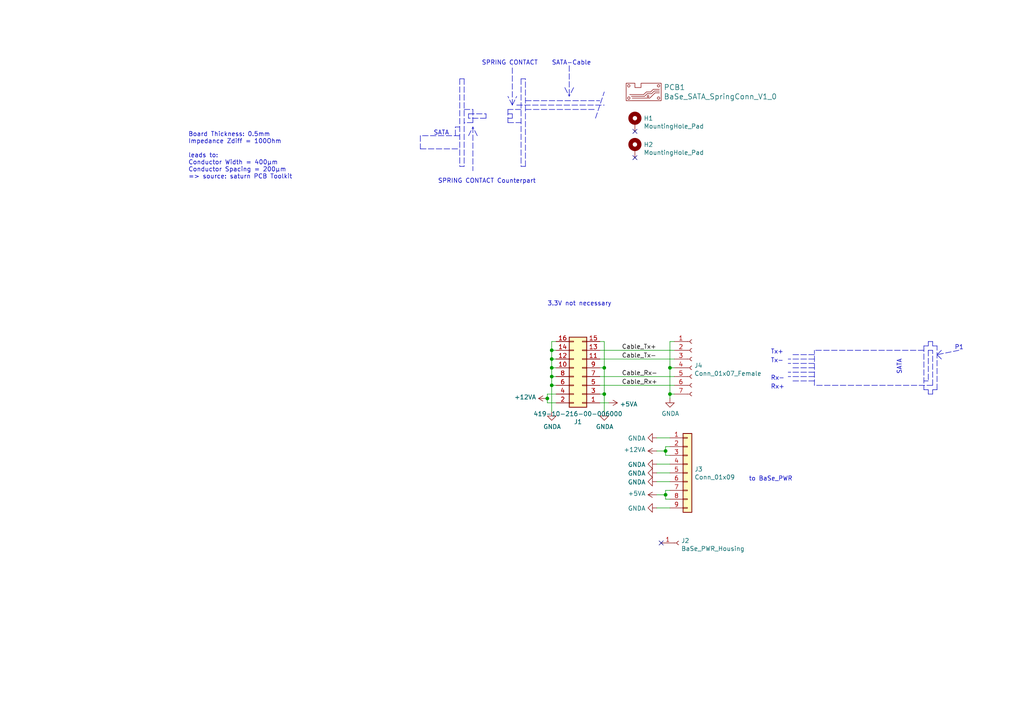
<source format=kicad_sch>
(kicad_sch (version 20211123) (generator eeschema)
  (paper "A4")
  (title_block (title "BaSe_SATA_Adapter_Carriage_V1_0") (rev "rev0") (company "Gras7 Labs") (comment 1 "Adapts SATA-Cable and Power Supply (+12V and +5V) to Spring Contacts"))
  (lib_symbols
    (symbol "Connector:Conn_01x01_Female" (pin_names (offset 1.016) hide)
      (property "Reference" "J" (at 0 2.54 0))
      (property "Value" "Conn_01x01_Female" (at 0 -2.54 0))
      (symbol "Conn_01x01_Female_1_1"
        (polyline (pts (xy -1.27 0) (xy -0.508 0)) (stroke (width 0.1524)))
        (arc (start 0 0.508) (mid -0.508 0) (end 0 -0.508) (stroke (width 0.1524)))
        (pin passive line (at -5.08 0 0) (length 3.81) (name "Pin_1") (number "1"))
      )
    )
    (symbol "Connector:Conn_01x07_Female" (pin_names (offset 1.016) hide)
      (property "Reference" "J" (at 0 10.16 0))
      (property "Value" "Conn_01x07_Female" (at 0 -10.16 0))
      (symbol "Conn_01x07_Female_1_1"
        (arc (start 0 -7.112) (mid -0.508 -7.62) (end 0 -8.128) (stroke (width 0.1524)))
        (arc (start 0 -4.572) (mid -0.508 -5.08) (end 0 -5.588) (stroke (width 0.1524)))
        (arc (start 0 -2.032) (mid -0.508 -2.54) (end 0 -3.048) (stroke (width 0.1524)))
        (polyline (pts (xy -1.27 -7.62) (xy -0.508 -7.62)) (stroke (width 0.1524)))
        (polyline (pts (xy -1.27 -5.08) (xy -0.508 -5.08)) (stroke (width 0.1524)))
        (polyline (pts (xy -1.27 -2.54) (xy -0.508 -2.54)) (stroke (width 0.1524)))
        (polyline (pts (xy -1.27 0) (xy -0.508 0)) (stroke (width 0.1524)))
        (polyline (pts (xy -1.27 2.54) (xy -0.508 2.54)) (stroke (width 0.1524)))
        (polyline (pts (xy -1.27 5.08) (xy -0.508 5.08)) (stroke (width 0.1524)))
        (polyline (pts (xy -1.27 7.62) (xy -0.508 7.62)) (stroke (width 0.1524)))
        (arc (start 0 0.508) (mid -0.508 0) (end 0 -0.508) (stroke (width 0.1524)))
        (arc (start 0 3.048) (mid -0.508 2.54) (end 0 2.032) (stroke (width 0.1524)))
        (arc (start 0 5.588) (mid -0.508 5.08) (end 0 4.572) (stroke (width 0.1524)))
        (arc (start 0 8.128) (mid -0.508 7.62) (end 0 7.112) (stroke (width 0.1524)))
        (pin passive line (at -5.08 7.62 0) (length 3.81) (name "Pin_1") (number "1"))
        (pin passive line (at -5.08 5.08 0) (length 3.81) (name "Pin_2") (number "2"))
        (pin passive line (at -5.08 2.54 0) (length 3.81) (name "Pin_3") (number "3"))
        (pin passive line (at -5.08 0 0) (length 3.81) (name "Pin_4") (number "4"))
        (pin passive line (at -5.08 -2.54 0) (length 3.81) (name "Pin_5") (number "5"))
        (pin passive line (at -5.08 -5.08 0) (length 3.81) (name "Pin_6") (number "6"))
        (pin passive line (at -5.08 -7.62 0) (length 3.81) (name "Pin_7") (number "7"))
      )
    )
    (symbol "Connector_Generic:Conn_01x09" (pin_names (offset 1.016) hide)
      (property "Reference" "J" (at 0 12.7 0))
      (property "Value" "Conn_01x09" (at 0 -12.7 0))
      (symbol "Conn_01x09_1_1"
        (rectangle (start -1.27 -10.033) (end 0 -10.287) (stroke (width 0.1524)))
        (rectangle (start -1.27 -7.493) (end 0 -7.747) (stroke (width 0.1524)))
        (rectangle (start -1.27 -4.953) (end 0 -5.207) (stroke (width 0.1524)))
        (rectangle (start -1.27 -2.413) (end 0 -2.667) (stroke (width 0.1524)))
        (rectangle (start -1.27 0.127) (end 0 -0.127) (stroke (width 0.1524)))
        (rectangle (start -1.27 2.667) (end 0 2.413) (stroke (width 0.1524)))
        (rectangle (start -1.27 5.207) (end 0 4.953) (stroke (width 0.1524)))
        (rectangle (start -1.27 7.747) (end 0 7.493) (stroke (width 0.1524)))
        (rectangle (start -1.27 10.287) (end 0 10.033) (stroke (width 0.1524)))
        (rectangle (start -1.27 11.43) (end 1.27 -11.43) (stroke (width 0.254)) (fill (type background)))
        (pin passive line (at -5.08 10.16 0) (length 3.81) (name "Pin_1") (number "1"))
        (pin passive line (at -5.08 7.62 0) (length 3.81) (name "Pin_2") (number "2"))
        (pin passive line (at -5.08 5.08 0) (length 3.81) (name "Pin_3") (number "3"))
        (pin passive line (at -5.08 2.54 0) (length 3.81) (name "Pin_4") (number "4"))
        (pin passive line (at -5.08 0 0) (length 3.81) (name "Pin_5") (number "5"))
        (pin passive line (at -5.08 -2.54 0) (length 3.81) (name "Pin_6") (number "6"))
        (pin passive line (at -5.08 -5.08 0) (length 3.81) (name "Pin_7") (number "7"))
        (pin passive line (at -5.08 -7.62 0) (length 3.81) (name "Pin_8") (number "8"))
        (pin passive line (at -5.08 -10.16 0) (length 3.81) (name "Pin_9") (number "9"))
      )
    )
    (symbol "Connector_Generic:Conn_02x08_Odd_Even" (pin_names (offset 1.016) hide)
      (property "Reference" "J" (at 1.27 10.16 0))
      (property "Value" "Conn_02x08_Odd_Even" (at 1.27 -12.7 0))
      (symbol "Conn_02x08_Odd_Even_1_1"
        (rectangle (start -1.27 -10.033) (end 0 -10.287) (stroke (width 0.1524)))
        (rectangle (start -1.27 -7.493) (end 0 -7.747) (stroke (width 0.1524)))
        (rectangle (start -1.27 -4.953) (end 0 -5.207) (stroke (width 0.1524)))
        (rectangle (start -1.27 -2.413) (end 0 -2.667) (stroke (width 0.1524)))
        (rectangle (start -1.27 0.127) (end 0 -0.127) (stroke (width 0.1524)))
        (rectangle (start -1.27 2.667) (end 0 2.413) (stroke (width 0.1524)))
        (rectangle (start -1.27 5.207) (end 0 4.953) (stroke (width 0.1524)))
        (rectangle (start -1.27 7.747) (end 0 7.493) (stroke (width 0.1524)))
        (rectangle (start -1.27 8.89) (end 3.81 -11.43) (stroke (width 0.254)) (fill (type background)))
        (rectangle (start 3.81 -10.033) (end 2.54 -10.287) (stroke (width 0.1524)))
        (rectangle (start 3.81 -7.493) (end 2.54 -7.747) (stroke (width 0.1524)))
        (rectangle (start 3.81 -4.953) (end 2.54 -5.207) (stroke (width 0.1524)))
        (rectangle (start 3.81 -2.413) (end 2.54 -2.667) (stroke (width 0.1524)))
        (rectangle (start 3.81 0.127) (end 2.54 -0.127) (stroke (width 0.1524)))
        (rectangle (start 3.81 2.667) (end 2.54 2.413) (stroke (width 0.1524)))
        (rectangle (start 3.81 5.207) (end 2.54 4.953) (stroke (width 0.1524)))
        (rectangle (start 3.81 7.747) (end 2.54 7.493) (stroke (width 0.1524)))
        (pin passive line (at -5.08 7.62 0) (length 3.81) (name "Pin_1") (number "1"))
        (pin passive line (at 7.62 -2.54 180) (length 3.81) (name "Pin_10") (number "10"))
        (pin passive line (at -5.08 -5.08 0) (length 3.81) (name "Pin_11") (number "11"))
        (pin passive line (at 7.62 -5.08 180) (length 3.81) (name "Pin_12") (number "12"))
        (pin passive line (at -5.08 -7.62 0) (length 3.81) (name "Pin_13") (number "13"))
        (pin passive line (at 7.62 -7.62 180) (length 3.81) (name "Pin_14") (number "14"))
        (pin passive line (at -5.08 -10.16 0) (length 3.81) (name "Pin_15") (number "15"))
        (pin passive line (at 7.62 -10.16 180) (length 3.81) (name "Pin_16") (number "16"))
        (pin passive line (at 7.62 7.62 180) (length 3.81) (name "Pin_2") (number "2"))
        (pin passive line (at -5.08 5.08 0) (length 3.81) (name "Pin_3") (number "3"))
        (pin passive line (at 7.62 5.08 180) (length 3.81) (name "Pin_4") (number "4"))
        (pin passive line (at -5.08 2.54 0) (length 3.81) (name "Pin_5") (number "5"))
        (pin passive line (at 7.62 2.54 180) (length 3.81) (name "Pin_6") (number "6"))
        (pin passive line (at -5.08 0 0) (length 3.81) (name "Pin_7") (number "7"))
        (pin passive line (at 7.62 0 180) (length 3.81) (name "Pin_8") (number "8"))
        (pin passive line (at -5.08 -2.54 0) (length 3.81) (name "Pin_9") (number "9"))
      )
    )
    (symbol "Mechanical:MountingHole_Pad" (pin_numbers hide) (pin_names (offset 1.016) hide)
      (property "Reference" "H" (at 0 6.35 0))
      (property "Value" "MountingHole_Pad" (at 0 4.445 0))
      (symbol "MountingHole_Pad_0_1"
        (circle (center 0 1.27) (radius 1.27) (stroke (width 1.27)))
      )
      (symbol "MountingHole_Pad_1_1"
        (pin input line (at 0 -2.54 90) (length 2.54) (name "1") (number "1"))
      )
    )
    (symbol "g7_labels:PCB" (pin_names (offset 1.016))
      (property "Reference" "PCB" (at 0 3.81 0))
      (property "Value" "PCB" (at 0 -3.81 0))
      (symbol "PCB_0_1"
        (circle (center -4.318 1.778) (radius 0.3556))
        (polyline (pts (xy 4.572 -0.254) (xy 3.302 -0.254) (xy 1.778 -1.778) (xy -3.302 -1.778)))
        (polyline (pts (xy -3.556 -1.27) (xy 0.254 -1.27) (xy 1.016 -0.508) (xy 2.286 -0.508) (xy 3.048 0.254) (xy 4.572 0.254)))
        (polyline (pts (xy -4.064 -0.762) (xy -0.508 -0.762) (xy 0 -0.762) (xy 0.762 0) (xy 2.032 0) (xy 2.794 0.762) (xy 4.572 0.762)))
        (polyline (pts (xy -5.08 2.54) (xy -2.54 2.54) (xy -2.54 1.27) (xy -0.762 1.27) (xy -0.762 2.54) (xy 5.08 2.54) (xy 5.08 -2.54) (xy -5.08 -2.54) (xy -5.08 2.54)))
        (circle (center 1.27 -1.27) (radius 0.254))
        (circle (center 4.318 -1.778) (radius 0.3556))
      )
      (symbol "PCB_1_1"
        (circle (center -4.318 -1.778) (radius 0.3556))
        (circle (center 4.318 1.778) (radius 0.3556))
      )
    )
    (symbol "power:+12VA" (power) (pin_names (offset 0))
      (property "Value" "+12VA" (at 0 3.556 0))
      (symbol "+12VA_0_1"
        (polyline (pts (xy -0.762 1.27) (xy 0 2.54)))
        (polyline (pts (xy 0 0) (xy 0 2.54)))
        (polyline (pts (xy 0 2.54) (xy 0.762 1.27)))
      )
      (symbol "+12VA_1_1"
        (pin power_in line (at 0 0 90) (length 0) hide (name "+12VA") (number "1"))
      )
    )
    (symbol "power:+5VA" (power) (pin_names (offset 0))
      (property "Value" "+5VA" (at 0 3.556 0))
      (symbol "+5VA_0_1"
        (polyline (pts (xy -0.762 1.27) (xy 0 2.54)))
        (polyline (pts (xy 0 0) (xy 0 2.54)))
        (polyline (pts (xy 0 2.54) (xy 0.762 1.27)))
      )
      (symbol "+5VA_1_1"
        (pin power_in line (at 0 0 90) (length 0) hide (name "+5VA") (number "1"))
      )
    )
    (symbol "power:GNDA" (power) (pin_names (offset 0))
      (property "Value" "GNDA" (at 0 -3.81 0))
      (symbol "GNDA_0_1"
        (polyline (pts (xy 0 0) (xy 0 -1.27) (xy 1.27 -1.27) (xy 0 -2.54) (xy -1.27 -1.27) (xy 0 -1.27)))
      )
      (symbol "GNDA_1_1"
        (pin power_in line (at 0 0 270) (length 0) hide (name "GNDA") (number "1"))
      )
    )
  )
  (junction (at 160.02 111.76))
  (junction (at 175.26 114.3))
  (junction (at 160.02 104.14))
  (junction (at 160.02 109.22))
  (junction (at 158.75 115.57))
  (junction (at 160.02 106.68))
  (junction (at 193.04 143.51))
  (junction (at 193.04 130.81))
  (junction (at 160.02 101.6))
  (junction (at 194.31 106.68))
  (junction (at 194.31 114.3))
  (junction (at 175.26 106.68))
  (no_connect (at 184.15 45.72))
  (no_connect (at 184.15 38.1))
  (no_connect (at 191.77 157.48))
  (polyline (pts (xy 270.51 113.03) (xy 271.78 113.03)))
  (wire (pts (xy 193.04 130.81) (xy 193.04 132.08)))
  (polyline (pts (xy 151.13 22.86) (xy 151.13 48.26)))
  (polyline (pts (xy 270.51 111.76) (xy 270.51 101.6)))
  (wire (pts (xy 176.53 116.84) (xy 173.99 116.84)))
  (wire (pts (xy 160.02 106.68) (xy 160.02 109.22)))
  (polyline (pts (xy 270.51 111.76) (xy 236.22 111.76)))
  (wire (pts (xy 194.31 127) (xy 190.5 127)))
  (polyline (pts (xy 152.4 48.26) (xy 152.4 22.86)))
  (polyline (pts (xy 147.32 31.75) (xy 147.32 35.56)))
  (wire (pts (xy 161.29 101.6) (xy 160.02 101.6)))
  (wire (pts (xy 190.5 147.32) (xy 194.31 147.32)))
  (polyline (pts (xy 236.22 102.87) (xy 229.87 102.87)))
  (polyline (pts (xy 269.24 113.03) (xy 269.24 114.3)))
  (wire (pts (xy 194.31 114.3) (xy 195.58 114.3)))
  (wire (pts (xy 160.02 101.6) (xy 160.02 104.14)))
  (polyline (pts (xy 133.35 39.37) (xy 121.92 39.37)))
  (polyline (pts (xy 151.13 48.26) (xy 152.4 48.26)))
  (wire (pts (xy 161.29 104.14) (xy 160.02 104.14)))
  (wire (pts (xy 193.04 132.08) (xy 194.31 132.08)))
  (polyline (pts (xy 133.35 48.26) (xy 134.62 48.26)))
  (wire (pts (xy 175.26 106.68) (xy 175.26 114.3)))
  (wire (pts (xy 190.5 137.16) (xy 194.31 137.16)))
  (wire (pts (xy 173.99 101.6) (xy 195.58 101.6)))
  (wire (pts (xy 160.02 99.06) (xy 160.02 101.6)))
  (polyline (pts (xy 135.89 33.02) (xy 140.97 33.02)))
  (polyline (pts (xy 152.4 22.86) (xy 151.13 22.86)))
  (wire (pts (xy 193.04 142.24) (xy 194.31 142.24)))
  (polyline (pts (xy 132.08 36.83) (xy 133.35 36.83)))
  (wire (pts (xy 158.75 116.84) (xy 161.29 116.84)))
  (polyline (pts (xy 270.51 100.33) (xy 270.51 99.06)))
  (polyline (pts (xy 270.51 114.3) (xy 270.51 113.03)))
  (polyline (pts (xy 269.24 110.49) (xy 267.97 110.49)))
  (wire (pts (xy 194.31 114.3) (xy 194.31 115.57)))
  (wire (pts (xy 175.26 114.3) (xy 175.26 119.38)))
  (polyline (pts (xy 135.89 34.29) (xy 135.89 33.02)))
  (wire (pts (xy 173.99 111.76) (xy 195.58 111.76)))
  (wire (pts (xy 173.99 106.68) (xy 175.26 106.68)))
  (polyline (pts (xy 269.24 99.06) (xy 269.24 100.33)))
  (wire (pts (xy 158.75 114.3) (xy 158.75 115.57)))
  (polyline (pts (xy 137.16 36.83) (xy 137.16 49.53)))
  (polyline (pts (xy 236.22 107.95) (xy 228.6 107.95)))
  (wire (pts (xy 194.31 144.78) (xy 193.04 144.78)))
  (wire (pts (xy 161.29 114.3) (xy 158.75 114.3)))
  (polyline (pts (xy 140.97 33.02) (xy 140.97 34.29)))
  (polyline (pts (xy 149.86 30.48) (xy 175.26 30.48)))
  (wire (pts (xy 173.99 104.14) (xy 195.58 104.14)))
  (wire (pts (xy 190.5 134.62) (xy 194.31 134.62)))
  (polyline (pts (xy 165.1 19.05) (xy 165.1 27.94)))
  (wire (pts (xy 161.29 109.22) (xy 160.02 109.22)))
  (polyline (pts (xy 166.37 25.4) (xy 165.1 27.94)))
  (polyline (pts (xy 267.97 101.6) (xy 236.22 101.6)))
  (polyline (pts (xy 269.24 101.6) (xy 269.24 110.49)))
  (polyline (pts (xy 236.22 110.49) (xy 229.87 110.49)))
  (polyline (pts (xy 273.05 104.14) (xy 271.78 102.87)))
  (wire (pts (xy 175.26 99.06) (xy 175.26 106.68)))
  (polyline (pts (xy 271.78 100.33) (xy 270.51 100.33)))
  (polyline (pts (xy 148.59 30.48) (xy 147.32 27.94)))
  (wire (pts (xy 190.5 139.7) (xy 194.31 139.7)))
  (wire (pts (xy 173.99 114.3) (xy 175.26 114.3)))
  (polyline (pts (xy 267.97 113.03) (xy 269.24 113.03)))
  (wire (pts (xy 161.29 99.06) (xy 160.02 99.06)))
  (polyline (pts (xy 267.97 100.33) (xy 267.97 113.03)))
  (polyline (pts (xy 132.08 39.37) (xy 132.08 36.83)))
  (polyline (pts (xy 138.43 39.37) (xy 137.16 36.83)))
  (wire (pts (xy 193.04 144.78) (xy 193.04 143.51)))
  (polyline (pts (xy 172.72 34.29) (xy 175.26 26.67)))
  (polyline (pts (xy 236.22 106.68) (xy 229.87 106.68)))
  (wire (pts (xy 160.02 111.76) (xy 160.02 119.38)))
  (polyline (pts (xy 148.59 33.02) (xy 148.59 34.29)))
  (wire (pts (xy 173.99 99.06) (xy 175.26 99.06)))
  (polyline (pts (xy 152.4 31.75) (xy 172.72 31.75)))
  (wire (pts (xy 161.29 106.68) (xy 160.02 106.68)))
  (polyline (pts (xy 137.16 35.56) (xy 134.62 35.56)))
  (wire (pts (xy 194.31 106.68) (xy 195.58 106.68)))
  (polyline (pts (xy 151.13 31.75) (xy 147.32 31.75)))
  (polyline (pts (xy 269.24 114.3) (xy 270.51 114.3)))
  (wire (pts (xy 193.04 130.81) (xy 193.04 129.54)))
  (polyline (pts (xy 236.22 111.76) (xy 236.22 101.6)))
  (polyline (pts (xy 134.62 22.86) (xy 134.62 48.26)))
  (polyline (pts (xy 236.22 105.41) (xy 228.6 105.41)))
  (wire (pts (xy 190.5 143.51) (xy 193.04 143.51)))
  (polyline (pts (xy 236.22 109.22) (xy 228.6 109.22)))
  (polyline (pts (xy 152.4 29.21) (xy 173.99 29.21)))
  (wire (pts (xy 160.02 111.76) (xy 161.29 111.76)))
  (polyline (pts (xy 147.32 33.02) (xy 148.59 33.02)))
  (polyline (pts (xy 121.92 43.18) (xy 133.35 43.18)))
  (polyline (pts (xy 148.59 30.48) (xy 148.59 19.05)))
  (polyline (pts (xy 134.62 22.86) (xy 133.35 22.86)))
  (polyline (pts (xy 269.24 100.33) (xy 267.97 100.33)))
  (polyline (pts (xy 140.97 34.29) (xy 135.89 34.29)))
  (wire (pts (xy 160.02 104.14) (xy 160.02 106.68)))
  (polyline (pts (xy 133.35 22.86) (xy 133.35 48.26)))
  (polyline (pts (xy 137.16 31.75) (xy 137.16 35.56)))
  (wire (pts (xy 158.75 115.57) (xy 158.75 116.84)))
  (polyline (pts (xy 271.78 113.03) (xy 271.78 100.33)))
  (wire (pts (xy 173.99 109.22) (xy 195.58 109.22)))
  (wire (pts (xy 194.31 99.06) (xy 194.31 106.68)))
  (wire (pts (xy 193.04 143.51) (xy 193.04 142.24)))
  (polyline (pts (xy 135.89 39.37) (xy 137.16 36.83)))
  (polyline (pts (xy 163.83 25.4) (xy 165.1 27.94)))
  (polyline (pts (xy 121.92 39.37) (xy 121.92 43.18)))
  (polyline (pts (xy 278.13 101.6) (xy 271.78 102.87)))
  (polyline (pts (xy 270.51 101.6) (xy 269.24 101.6)))
  (polyline (pts (xy 148.59 30.48) (xy 149.86 27.94)))
  (polyline (pts (xy 134.62 31.75) (xy 137.16 31.75)))
  (polyline (pts (xy 148.59 34.29) (xy 147.32 34.29)))
  (wire (pts (xy 160.02 109.22) (xy 160.02 111.76)))
  (wire (pts (xy 190.5 130.81) (xy 193.04 130.81)))
  (polyline (pts (xy 273.05 101.6) (xy 271.78 102.87)))
  (wire (pts (xy 194.31 99.06) (xy 195.58 99.06)))
  (polyline (pts (xy 270.51 99.06) (xy 269.24 99.06)))
  (wire (pts (xy 194.31 106.68) (xy 194.31 114.3)))
  (polyline (pts (xy 236.22 104.14) (xy 228.6 104.14)))
  (wire (pts (xy 193.04 129.54) (xy 194.31 129.54)))
  (polyline (pts (xy 147.32 35.56) (xy 151.13 35.56)))
  (text "Rx+" (at 223.52 113.03 0) (effects (font (size 1.27 1.27)) (justify left bottom)))
  (text "P1" (at 276.86 101.6 0) (effects (font (size 1.27 1.27)) (justify left bottom)))
  (text "SATA" (at 125.73 39.37 0) (effects (font (size 1.27 1.27)) (justify left bottom)))
  (text "Tx-" (at 223.52 105.41 0) (effects (font (size 1.27 1.27)) (justify left bottom)))
  (text "Board Thickness: 0.5mm\nImpedance Zdiff = 100Ohm\n\nleads to:\nConductor Width = 400µm\nConductor Spacing = 200µm\n=> source: saturn PCB Toolkit" (at 54.61 52.07 0) (effects (font (size 1.27 1.27)) (justify left bottom)))
  (text "SPRING CONTACT" (at 139.7 19.05 0) (effects (font (size 1.27 1.27)) (justify left bottom)))
  (text "SPRING CONTACT Counterpart" (at 127 53.34 0) (effects (font (size 1.27 1.27)) (justify left bottom)))
  (text "Tx+" (at 223.52 102.87 0) (effects (font (size 1.27 1.27)) (justify left bottom)))
  (text "SATA-Cable" (at 160.02 19.05 0) (effects (font (size 1.27 1.27)) (justify left bottom)))
  (text "Rx-" (at 223.52 110.49 0) (effects (font (size 1.27 1.27)) (justify left bottom)))
  (text "SATA" (at 261.62 104.14 270) (effects (font (size 1.27 1.27)) (justify right bottom)))
  (text "3.3V not necessary" (at 158.75 88.9 0) (effects (font (size 1.27 1.27)) (justify left bottom)))
  (text "to BaSe_PWR" (at 217.17 139.7 0) (effects (font (size 1.27 1.27)) (justify left bottom)))
  (label "Cable_Tx-" (at 180.34 104.14 0))
  (label "Cable_Tx+" (at 180.34 101.6 0))
  (label "Cable_Rx+" (at 180.34 111.76 0))
  (label "Cable_Rx-" (at 180.34 109.22 0))
  (symbol (lib_id "g7_labels:PCB") (at 186.69 26.67 0) (unit 1)
    (property "Reference" "PCB1" (at 192.4812 25.3238 0) (effects (font (size 1.524 1.524)) (justify left)))
    (property "Value" "BaSe_SATA_SpringConn_V1_0" (at 192.4812 28.0162 0) (effects (font (size 1.524 1.524)) (justify left)))
    (property "Footprint" "G7_Labels:BaSe_SATA_Adapter_Carriage_V1_0" (effects hide))
    (property "MFR" "-" (effects hide))
    (property "MPN" "-" (effects hide))
    (property "SPR" "-" (effects hide))
    (property "SPN" "-" (effects hide))
    (property "SPURL" "-" (effects hide))
  )
  (symbol (lib_id "Mechanical:MountingHole_Pad") (at 184.15 35.56 0) (unit 1)
    (property "Reference" "H1" (at 186.69 34.3154 0) (effects (justify left)))
    (property "Value" "MountingHole_Pad" (at 186.69 36.6268 0) (effects (justify left)))
    (property "Footprint" "MountingHole:MountingHole_3.2mm_M3_DIN965_Pad" (effects hide))
    (property "MFR" "-" (effects hide))
    (property "MPN" "-" (effects hide))
    (property "SPR" "-" (effects hide))
    (property "SPN" "-" (effects hide))
    (property "SPURL" "-" (effects hide))
  )
  (symbol (lib_id "Mechanical:MountingHole_Pad") (at 184.15 43.18 0) (unit 1)
    (property "Reference" "H2" (at 186.69 41.9354 0) (effects (justify left)))
    (property "Value" "MountingHole_Pad" (at 186.69 44.2468 0) (effects (justify left)))
    (property "Footprint" "MountingHole:MountingHole_3.2mm_M3_DIN965_Pad" (effects hide))
    (property "MFR" "-" (effects hide))
    (property "MPN" "-" (effects hide))
    (property "SPR" "-" (effects hide))
    (property "SPN" "-" (effects hide))
    (property "SPURL" "-" (effects hide))
  )
  (symbol (lib_id "Connector:Conn_01x07_Female") (at 200.66 106.68 0) (unit 1)
    (property "Reference" "J4" (at 201.3712 106.0196 0) (effects (justify left)))
    (property "Value" "Conn_01x07_Female" (at 201.3712 108.331 0) (effects (justify left)))
    (property "Footprint" "G7_Custom:SATA_Cable_Intake" (effects hide))
    (property "MFR" "-" (effects hide))
    (property "MPN" "-" (effects hide))
    (property "SPR" "-" (effects hide))
    (property "SPN" "-" (effects hide))
    (property "SPURL" "-" (effects hide))
  )
  (symbol (lib_id "power:GNDA") (at 190.5 137.16 270) (unit 1)
    (property "Reference" "#PWR08" (effects hide))
    (property "Value" "GNDA" (at 187.2742 137.287 90) (effects (justify right)))
  )
  (symbol (lib_id "power:GNDA") (at 190.5 139.7 270) (unit 1)
    (property "Reference" "#PWR09" (effects hide))
    (property "Value" "GNDA" (at 187.2742 139.827 90) (effects (justify right)))
  )
  (symbol (lib_id "Connector_Generic:Conn_02x08_Odd_Even") (at 168.91 109.22 180) (unit 1)
    (property "Reference" "J1" (at 167.64 122.3518 0))
    (property "Value" "419-10-216-00-006000" (at 167.64 120.0404 0))
    (property "Footprint" "G7_Custom:Conn_Spring_Counterpart_MaxMill_823-22-016-10-0001101" (effects hide))
    (property "Datasheet" "https://www.mouser.de/datasheet/2/273/021.2-1131596.pdf" (effects hide))
    (property "MFR" "Mill-Max Manufacturing Corp." (effects hide))
    (property "SPR" "Digikey" (effects hide))
    (property "SPN" " ED1379-ND" (effects hide))
    (property "MPN" "419-10-216-00-006000" (effects hide))
    (property "SPURL" "-" (effects hide))
  )
  (symbol (lib_id "power:GNDA") (at 194.31 115.57 0) (unit 1)
    (property "Reference" "#PWR012" (effects hide))
    (property "Value" "GNDA" (at 194.437 119.9642 0))
  )
  (symbol (lib_id "power:GNDA") (at 175.26 119.38 0) (unit 1)
    (property "Reference" "#PWR03" (effects hide))
    (property "Value" "GNDA" (at 175.387 123.7742 0))
  )
  (symbol (lib_id "power:GNDA") (at 160.02 119.38 0) (unit 1)
    (property "Reference" "#PWR02" (effects hide))
    (property "Value" "GNDA" (at 160.147 123.7742 0))
  )
  (symbol (lib_id "power:+5VA") (at 176.53 116.84 270) (unit 1)
    (property "Reference" "#PWR04" (effects hide))
    (property "Value" "+5VA" (at 179.7558 117.221 90) (effects (justify left)))
  )
  (symbol (lib_id "power:+12VA") (at 158.75 115.57 90) (unit 1)
    (property "Reference" "#PWR01" (effects hide))
    (property "Value" "+12VA" (at 155.5242 115.189 90) (effects (justify left)))
  )
  (symbol (lib_id "Connector_Generic:Conn_01x09") (at 199.39 137.16 0) (unit 1)
    (property "Reference" "J3" (at 201.422 136.0932 0) (effects (justify left)))
    (property "Value" "Conn_01x09" (at 201.422 138.4046 0) (effects (justify left)))
    (property "Footprint" "Connector_JST:JST_PH_B9B-PH-K_1x09_P2.00mm_Vertical" (effects hide))
    (property "MFR" "JST Sales America Inc." (effects hide))
    (property "MFN" "B9B-PH-K-S(LF)(SN)" (effects hide))
    (property "SPR" "Digikey" (effects hide))
    (property "SPN" "455-1711-ND" (effects hide))
    (property "MPN" "-" (effects hide))
    (property "SPURL" "-" (effects hide))
  )
  (symbol (lib_id "power:+5VA") (at 190.5 143.51 90) (unit 1)
    (property "Reference" "#PWR010" (effects hide))
    (property "Value" "+5VA" (at 187.2742 143.129 90) (effects (justify left)))
  )
  (symbol (lib_id "power:+12VA") (at 190.5 130.81 90) (unit 1)
    (property "Reference" "#PWR06" (effects hide))
    (property "Value" "+12VA" (at 187.2742 130.429 90) (effects (justify left)))
  )
  (symbol (lib_id "power:GNDA") (at 190.5 134.62 270) (unit 1)
    (property "Reference" "#PWR07" (effects hide))
    (property "Value" "GNDA" (at 187.2742 134.747 90) (effects (justify right)))
  )
  (symbol (lib_id "power:GNDA") (at 190.5 127 270) (unit 1)
    (property "Reference" "#PWR05" (effects hide))
    (property "Value" "GNDA" (at 187.2742 127.127 90) (effects (justify right)))
  )
  (symbol (lib_id "power:GNDA") (at 190.5 147.32 270) (unit 1)
    (property "Reference" "#PWR011" (effects hide))
    (property "Value" "GNDA" (at 187.2742 147.447 90) (effects (justify right)))
  )
  (symbol (lib_id "Connector:Conn_01x01_Female") (at 196.85 157.48 0) (unit 1)
    (property "Reference" "J2" (at 197.5612 156.8196 0) (effects (justify left)))
    (property "Value" "BaSe_PWR_Housing" (at 197.5612 159.131 0) (effects (justify left)))
    (property "MFR" "JST Sales America Inc." (effects hide))
    (property "MFN" "PHR-9" (effects hide))
    (property "SPR" "Digikey" (effects hide))
    (property "SPN" "455-1159-ND" (effects hide))
  )
)
</source>
